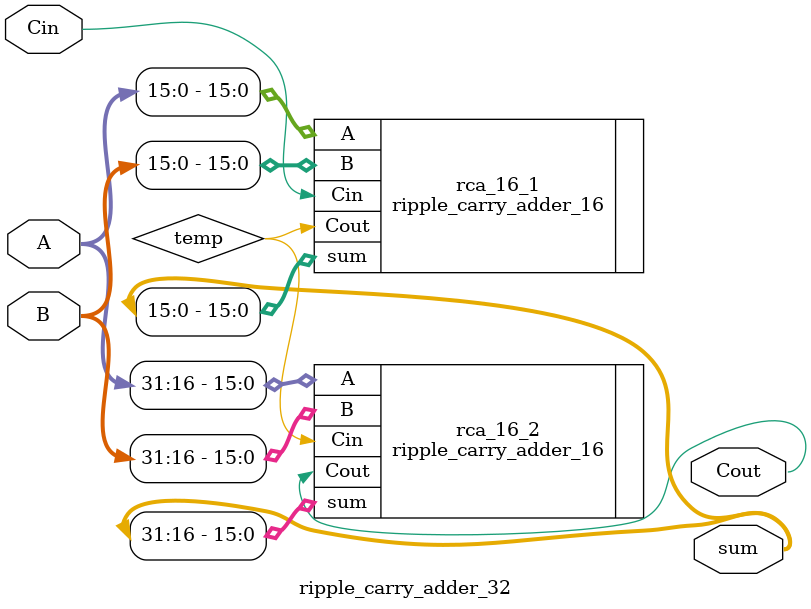
<source format=v>
`timescale 1ns / 1ps

//////////////////////////////////////////////////////////////////////////////////

// 32-bit Ripple Carry Adder
module ripple_carry_adder_32(sum, Cout, A, B, Cin);
	// Input / Output ports
   input[31:0] A, B;
	input Cin; 
	output[31:0] sum;
	output Cout;
	
	// intermediary wire
	wire temp;

	// Instantiate 2 16-bit RCAs
   ripple_carry_adder_16 rca_16_1(.Cin(Cin), .A(A[15:0]), .B(B[15:0]), .Cout(temp), .sum(sum[15:0]));
   ripple_carry_adder_16 rca_16_2(.Cin(temp), .A(A[31:16]), .B(B[31:16]), .Cout(Cout), .sum(sum[31:16]));
   
endmodule
</source>
